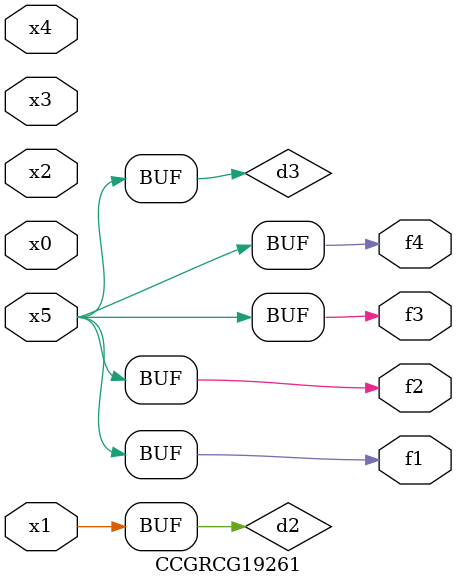
<source format=v>
module CCGRCG19261(
	input x0, x1, x2, x3, x4, x5,
	output f1, f2, f3, f4
);

	wire d1, d2, d3;

	not (d1, x5);
	or (d2, x1);
	xnor (d3, d1);
	assign f1 = d3;
	assign f2 = d3;
	assign f3 = d3;
	assign f4 = d3;
endmodule

</source>
